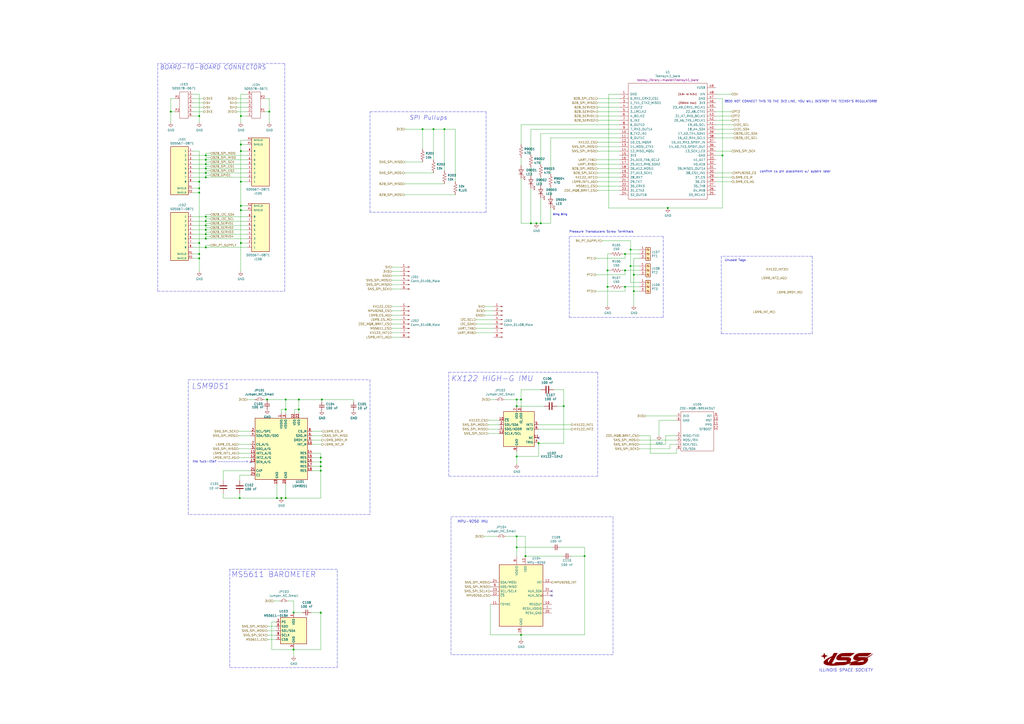
<source format=kicad_sch>
(kicad_sch (version 20211123) (generator eeschema)
  (paper "A2")
  (title_block (title "TARS - MK2 Flight Computation Board - Lite") (date "2021-01-11") (rev "A"))
  (junction (at 119.38 95.25))
  (junction (at 339.09 322.58))
  (junction (at 186.69 231.775))
  (junction (at 139.7 121.92))
  (junction (at 139.7 140.97))
  (junction (at 139.7 67.31))
  (junction (at 299.72 235.585))
  (junction (at 299.72 311.15))
  (junction (at 115.57 147.32))
  (junction (at 311.15 129.54))
  (junction (at 299.72 317.5))
  (junction (at 139.065 288.925))
  (junction (at 186.055 355.346))
  (junction (at 139.7 105.41))
  (junction (at 365.76 144.78))
  (junction (at 186.055 273.05))
  (junction (at 119.38 128.27))
  (junction (at 312.42 257.175))
  (junction (at 186.055 265.43))
  (junction (at 362.585 156.845))
  (junction (at 165.735 231.775))
  (junction (at 119.38 130.81))
  (junction (at 139.7 83.82))
  (junction (at 139.7 87.63))
  (junction (at 119.38 92.71))
  (junction (at 119.38 90.17))
  (junction (at 251.46 74.93))
  (junction (at 362.585 166.37))
  (junction (at 170.307 355.346))
  (junction (at 313.69 129.54))
  (junction (at 419.1 90.17))
  (junction (at 160.655 288.925))
  (junction (at 352.425 156.845))
  (junction (at 304.8 322.58))
  (junction (at 115.57 109.22))
  (junction (at 115.57 105.41))
  (junction (at 119.38 125.73))
  (junction (at 119.38 100.33))
  (junction (at 170.307 376.809))
  (junction (at 365.76 154.305))
  (junction (at 299.72 231.775))
  (junction (at 119.38 143.51))
  (junction (at 119.38 97.79))
  (junction (at 119.38 138.43))
  (junction (at 302.26 231.775))
  (junction (at 115.57 67.31))
  (junction (at 367.665 159.385))
  (junction (at 119.38 102.87))
  (junction (at 173.355 237.49))
  (junction (at 257.81 74.93))
  (junction (at 186.055 267.97))
  (junction (at 99.06 64.77))
  (junction (at 352.425 166.37))
  (junction (at 156.21 64.77))
  (junction (at 115.57 111.76))
  (junction (at 165.735 288.925))
  (junction (at 119.38 135.89))
  (junction (at 245.11 74.93))
  (junction (at 165.735 237.49))
  (junction (at 307.975 129.54))
  (junction (at 367.665 168.91))
  (junction (at 154.94 231.775))
  (junction (at 387.35 120.65))
  (junction (at 115.57 140.97))
  (junction (at 362.585 147.32))
  (junction (at 163.195 288.925))
  (junction (at 119.38 133.35))
  (junction (at 139.7 119.38))
  (junction (at 327.025 235.585))
  (junction (at 115.57 149.86))
  (junction (at 173.355 231.775))
  (junction (at 186.055 355.473))
  (junction (at 302.26 368.3))
  (junction (at 186.055 270.51))
  (junction (at 299.72 264.795))
  (no_connect (at 320.04 345.44))
  (no_connect (at 145.415 267.97))
  (no_connect (at 312.42 254))
  (no_connect (at 320.04 342.9))
  (wire (pts (xy 232.41 180.34) (xy 227.33 180.34)))
  (wire (pts (xy 111.76 109.22) (xy 115.57 109.22)))
  (wire (pts (xy 167.132 348.615) (xy 170.307 348.615)))
  (wire (pts (xy 362.585 159.385) (xy 345.44 159.385)))
  (wire (pts (xy 111.76 67.31) (xy 115.57 67.31)))
  (wire (pts (xy 283.21 248.92) (xy 289.56 248.92)))
  (wire (pts (xy 143.51 87.63) (xy 139.7 87.63)))
  (wire (pts (xy 165.735 288.925) (xy 186.055 288.925)))
  (wire (pts (xy 307.975 109.22) (xy 307.975 129.54)))
  (wire (pts (xy 365.76 144.78) (xy 365.76 154.305)))
  (wire (pts (xy 302.26 129.54) (xy 307.975 129.54)))
  (wire (pts (xy 415.29 90.17) (xy 419.1 90.17)))
  (wire (pts (xy 157.607 360.807) (xy 160.147 360.807)))
  (wire (pts (xy 165.735 240.03) (xy 165.735 237.49)))
  (wire (pts (xy 143.51 121.92) (xy 139.7 121.92)))
  (wire (pts (xy 101.6 57.15) (xy 99.06 57.15)))
  (wire (pts (xy 359.41 54.61) (xy 353.06 54.61)))
  (wire (pts (xy 312.42 256.54) (xy 312.42 257.175)))
  (wire (pts (xy 165.735 280.67) (xy 165.735 288.925)))
  (polyline (pts (xy 165.1 168.91) (xy 165.1 36.83)))
  (wire (pts (xy 111.76 143.51) (xy 119.38 143.51)))
  (wire (pts (xy 352.425 156.845) (xy 352.425 166.37)))
  (wire (pts (xy 119.38 125.73) (xy 143.51 125.73)))
  (wire (pts (xy 346.71 67.31) (xy 359.41 67.31)))
  (wire (pts (xy 138.43 257.81) (xy 145.415 257.81)))
  (wire (pts (xy 361.315 166.37) (xy 362.585 166.37)))
  (wire (pts (xy 111.76 97.79) (xy 119.38 97.79)))
  (wire (pts (xy 111.76 128.27) (xy 119.38 128.27)))
  (wire (pts (xy 139.7 54.61) (xy 139.7 67.31)))
  (wire (pts (xy 365.76 139.7) (xy 365.76 144.78)))
  (wire (pts (xy 346.075 95.25) (xy 359.41 95.25)))
  (wire (pts (xy 111.76 147.32) (xy 115.57 147.32)))
  (wire (pts (xy 115.57 147.32) (xy 115.57 149.86)))
  (wire (pts (xy 319.405 120.65) (xy 319.405 129.54)))
  (wire (pts (xy 143.51 64.77) (xy 137.16 64.77)))
  (wire (pts (xy 139.7 67.31) (xy 139.7 71.12)))
  (wire (pts (xy 180.975 270.51) (xy 186.055 270.51)))
  (wire (pts (xy 111.76 135.89) (xy 119.38 135.89)))
  (wire (pts (xy 415.29 105.41) (xy 424.18 105.41)))
  (wire (pts (xy 139.7 87.63) (xy 139.7 105.41)))
  (wire (pts (xy 425.45 77.47) (xy 415.29 77.47)))
  (wire (pts (xy 119.38 90.17) (xy 143.51 90.17)))
  (wire (pts (xy 359.41 77.47) (xy 313.69 77.47)))
  (wire (pts (xy 143.51 83.82) (xy 139.7 83.82)))
  (wire (pts (xy 143.51 119.38) (xy 139.7 119.38)))
  (wire (pts (xy 111.76 62.23) (xy 118.11 62.23)))
  (polyline (pts (xy 281.94 64.77) (xy 281.94 123.19)))
  (wire (pts (xy 99.06 57.15) (xy 99.06 64.77)))
  (wire (pts (xy 119.38 137.16) (xy 119.38 138.43)))
  (wire (pts (xy 283.21 251.46) (xy 289.56 251.46)))
  (wire (pts (xy 362.585 156.845) (xy 370.84 156.845)))
  (wire (pts (xy 319.405 80.01) (xy 319.405 100.965)))
  (wire (pts (xy 331.47 322.58) (xy 339.09 322.58)))
  (wire (pts (xy 129.54 273.05) (xy 129.54 278.765)))
  (wire (pts (xy 156.21 64.77) (xy 156.21 71.12)))
  (wire (pts (xy 299.72 235.585) (xy 299.72 231.775)))
  (wire (pts (xy 307.975 74.93) (xy 307.975 89.535)))
  (polyline (pts (xy 261.62 299.72) (xy 355.6 299.72)))
  (wire (pts (xy 139.7 119.38) (xy 139.7 121.92)))
  (wire (pts (xy 327.025 226.06) (xy 327.025 235.585)))
  (wire (pts (xy 139.7 105.41) (xy 139.7 119.38)))
  (wire (pts (xy 121.92 101.6) (xy 119.38 101.6)))
  (wire (pts (xy 349.25 139.7) (xy 365.76 139.7)))
  (wire (pts (xy 299.72 264.795) (xy 299.72 269.24)))
  (wire (pts (xy 115.57 111.76) (xy 115.57 140.97)))
  (wire (pts (xy 319.405 129.54) (xy 313.69 129.54)))
  (wire (pts (xy 365.76 154.305) (xy 365.76 163.83)))
  (wire (pts (xy 173.355 237.49) (xy 173.355 240.03)))
  (polyline (pts (xy 133.35 387.223) (xy 195.58 387.223)))
  (wire (pts (xy 111.76 130.81) (xy 119.38 130.81)))
  (wire (pts (xy 119.38 92.71) (xy 143.51 92.71)))
  (wire (pts (xy 180.975 252.73) (xy 186.69 252.73)))
  (wire (pts (xy 186.69 231.775) (xy 186.69 233.045)))
  (wire (pts (xy 111.76 90.17) (xy 119.38 90.17)))
  (wire (pts (xy 111.76 100.33) (xy 119.38 100.33)))
  (wire (pts (xy 227.33 160.02) (xy 232.41 160.02)))
  (wire (pts (xy 415.29 57.15) (xy 419.1 57.15)))
  (wire (pts (xy 234.95 106.68) (xy 257.81 106.68)))
  (wire (pts (xy 111.76 87.63) (xy 115.57 87.63)))
  (wire (pts (xy 121.92 137.16) (xy 119.38 137.16)))
  (wire (pts (xy 415.29 64.77) (xy 424.18 64.77)))
  (wire (pts (xy 299.72 317.5) (xy 299.72 322.58)))
  (wire (pts (xy 370.84 252.73) (xy 377.19 252.73)))
  (wire (pts (xy 121.92 91.44) (xy 119.38 91.44)))
  (polyline (pts (xy 91.44 168.91) (xy 165.1 168.91)))
  (wire (pts (xy 299.72 231.775) (xy 302.26 231.775)))
  (wire (pts (xy 227.33 165.1) (xy 232.41 165.1)))
  (wire (pts (xy 353.06 120.65) (xy 387.35 120.65)))
  (wire (pts (xy 365.76 163.83) (xy 370.84 163.83)))
  (wire (pts (xy 361.315 147.32) (xy 362.585 147.32)))
  (wire (pts (xy 365.76 154.305) (xy 370.84 154.305)))
  (wire (pts (xy 119.38 133.35) (xy 143.51 133.35)))
  (polyline (pts (xy 384.81 184.15) (xy 384.81 137.16)))
  (wire (pts (xy 312.42 248.92) (xy 331.47 248.92)))
  (wire (pts (xy 173.355 231.775) (xy 186.69 231.775)))
  (wire (pts (xy 186.055 265.43) (xy 186.055 262.89)))
  (wire (pts (xy 232.41 185.42) (xy 227.33 185.42)))
  (wire (pts (xy 286.385 180.34) (xy 281.305 180.34)))
  (wire (pts (xy 119.38 88.9) (xy 119.38 90.17)))
  (wire (pts (xy 313.69 226.06) (xy 302.26 226.06)))
  (wire (pts (xy 227.33 177.8) (xy 232.41 177.8)))
  (polyline (pts (xy 133.35 330.2) (xy 133.35 387.35)))
  (wire (pts (xy 115.57 109.22) (xy 115.57 111.76)))
  (wire (pts (xy 370.84 159.385) (xy 367.665 159.385)))
  (wire (pts (xy 346.71 62.23) (xy 359.41 62.23)))
  (wire (pts (xy 153.67 64.77) (xy 156.21 64.77)))
  (wire (pts (xy 173.355 231.775) (xy 173.355 237.49)))
  (wire (pts (xy 315.595 235.585) (xy 299.72 235.585)))
  (wire (pts (xy 353.06 54.61) (xy 353.06 120.65)))
  (wire (pts (xy 359.41 85.09) (xy 346.71 85.09)))
  (polyline (pts (xy 214.63 220.345) (xy 214.63 298.45)))
  (wire (pts (xy 111.76 111.76) (xy 115.57 111.76)))
  (wire (pts (xy 119.38 93.98) (xy 119.38 95.25)))
  (wire (pts (xy 352.425 147.32) (xy 352.425 156.845)))
  (wire (pts (xy 362.585 147.32) (xy 362.585 149.86)))
  (wire (pts (xy 119.38 95.25) (xy 143.51 95.25)))
  (wire (pts (xy 143.51 57.15) (xy 137.16 57.15)))
  (wire (pts (xy 165.735 288.925) (xy 163.195 288.925)))
  (wire (pts (xy 121.92 88.9) (xy 119.38 88.9)))
  (wire (pts (xy 170.307 355.346) (xy 170.307 355.727)))
  (wire (pts (xy 234.95 93.98) (xy 245.11 93.98)))
  (wire (pts (xy 129.54 286.385) (xy 129.54 288.925)))
  (wire (pts (xy 392.43 243.84) (xy 382.27 243.84)))
  (wire (pts (xy 367.665 159.385) (xy 367.665 168.91)))
  (polyline (pts (xy 418.465 148.59) (xy 418.465 193.675)))
  (wire (pts (xy 121.92 99.06) (xy 119.38 99.06)))
  (wire (pts (xy 119.38 102.87) (xy 143.51 102.87)))
  (wire (pts (xy 299.72 311.15) (xy 299.72 317.5)))
  (wire (pts (xy 346.075 92.71) (xy 359.41 92.71)))
  (wire (pts (xy 139.7 81.28) (xy 139.7 83.82)))
  (wire (pts (xy 346.71 87.63) (xy 359.41 87.63)))
  (wire (pts (xy 170.307 376.047) (xy 170.307 376.809)))
  (polyline (pts (xy 384.81 137.16) (xy 330.2 137.16)))
  (wire (pts (xy 284.48 350.52) (xy 284.48 368.3)))
  (wire (pts (xy 362.585 166.37) (xy 370.84 166.37)))
  (wire (pts (xy 323.215 235.585) (xy 327.025 235.585)))
  (wire (pts (xy 370.84 260.35) (xy 388.62 260.35)))
  (wire (pts (xy 145.415 275.59) (xy 139.065 275.59)))
  (wire (pts (xy 160.655 288.925) (xy 163.195 288.925)))
  (wire (pts (xy 170.307 376.809) (xy 157.607 376.809)))
  (polyline (pts (xy 418.465 193.675) (xy 471.17 193.675)))
  (wire (pts (xy 283.21 246.38) (xy 289.56 246.38)))
  (wire (pts (xy 186.055 267.97) (xy 186.055 265.43)))
  (wire (pts (xy 251.46 74.93) (xy 257.81 74.93)))
  (wire (pts (xy 286.385 185.42) (xy 276.225 185.42)))
  (wire (pts (xy 359.41 102.87) (xy 346.583 102.87)))
  (wire (pts (xy 139.065 275.59) (xy 139.065 278.765)))
  (wire (pts (xy 359.41 72.39) (xy 302.26 72.39)))
  (wire (pts (xy 424.18 54.61) (xy 415.29 54.61)))
  (wire (pts (xy 143.51 81.28) (xy 139.7 81.28)))
  (wire (pts (xy 359.41 107.95) (xy 346.71 107.95)))
  (wire (pts (xy 415.29 69.85) (xy 424.18 69.85)))
  (wire (pts (xy 160.147 368.427) (xy 155.194 368.427)))
  (wire (pts (xy 313.69 114.935) (xy 313.69 129.54)))
  (wire (pts (xy 115.57 67.31) (xy 115.57 71.12)))
  (wire (pts (xy 119.38 97.79) (xy 143.51 97.79)))
  (wire (pts (xy 138.43 252.73) (xy 145.415 252.73)))
  (wire (pts (xy 326.39 322.58) (xy 304.8 322.58)))
  (wire (pts (xy 339.09 322.58) (xy 339.09 368.3)))
  (wire (pts (xy 111.76 138.43) (xy 119.38 138.43)))
  (wire (pts (xy 312.42 264.795) (xy 299.72 264.795)))
  (wire (pts (xy 160.655 280.67) (xy 160.655 288.925)))
  (wire (pts (xy 160.147 365.887) (xy 155.194 365.887)))
  (wire (pts (xy 163.195 240.03) (xy 163.195 237.49)))
  (wire (pts (xy 119.38 143.51) (xy 143.51 143.51)))
  (wire (pts (xy 388.62 260.35) (xy 388.62 257.81)))
  (wire (pts (xy 283.21 243.84) (xy 289.56 243.84)))
  (wire (pts (xy 302.26 231.775) (xy 302.26 236.22)))
  (wire (pts (xy 143.51 54.61) (xy 139.7 54.61)))
  (wire (pts (xy 119.38 128.27) (xy 143.51 128.27)))
  (wire (pts (xy 119.38 138.43) (xy 143.51 138.43)))
  (wire (pts (xy 138.43 265.43) (xy 145.415 265.43)))
  (wire (pts (xy 143.51 105.41) (xy 139.7 105.41)))
  (wire (pts (xy 313.69 129.54) (xy 311.15 129.54)))
  (wire (pts (xy 370.84 168.91) (xy 367.665 168.91)))
  (wire (pts (xy 287.655 231.775) (xy 284.48 231.775)))
  (wire (pts (xy 119.38 134.62) (xy 119.38 135.89)))
  (polyline (pts (xy 346.71 215.9) (xy 346.71 276.225)))
  (wire (pts (xy 138.43 250.19) (xy 145.415 250.19)))
  (wire (pts (xy 319.405 108.585) (xy 319.405 113.03)))
  (wire (pts (xy 121.92 142.24) (xy 119.38 142.24)))
  (wire (pts (xy 370.84 149.86) (xy 367.665 149.86)))
  (wire (pts (xy 111.76 95.25) (xy 119.38 95.25)))
  (wire (pts (xy 154.94 232.41) (xy 154.94 231.775)))
  (wire (pts (xy 281.305 182.88) (xy 286.385 182.88)))
  (wire (pts (xy 353.695 147.32) (xy 352.425 147.32)))
  (wire (pts (xy 353.695 156.845) (xy 352.425 156.845)))
  (wire (pts (xy 232.41 195.58) (xy 227.33 195.58)))
  (polyline (pts (xy 109.22 220.345) (xy 214.63 220.345)))
  (wire (pts (xy 280.67 311.15) (xy 288.29 311.15)))
  (polyline (pts (xy 109.22 298.45) (xy 109.22 220.345)))
  (wire (pts (xy 365.76 144.78) (xy 370.84 144.78)))
  (wire (pts (xy 186.055 262.89) (xy 180.975 262.89)))
  (wire (pts (xy 392.43 262.89) (xy 377.19 262.89)))
  (wire (pts (xy 138.43 262.89) (xy 145.415 262.89)))
  (polyline (pts (xy 260.35 215.9) (xy 346.71 215.9)))
  (polyline (pts (xy 346.71 276.225) (xy 260.35 276.225)))
  (wire (pts (xy 415.29 67.31) (xy 424.18 67.31)))
  (wire (pts (xy 276.225 193.04) (xy 286.385 193.04)))
  (wire (pts (xy 232.41 190.5) (xy 227.33 190.5)))
  (wire (pts (xy 286.385 177.8) (xy 281.305 177.8)))
  (wire (pts (xy 115.57 87.63) (xy 115.57 105.41)))
  (wire (pts (xy 99.06 64.77) (xy 99.06 71.12)))
  (wire (pts (xy 386.08 252.73) (xy 386.08 257.81)))
  (wire (pts (xy 302.26 103.505) (xy 302.26 129.54)))
  (polyline (pts (xy 195.58 330.2) (xy 133.35 330.2)))
  (wire (pts (xy 119.38 96.52) (xy 119.38 97.79)))
  (wire (pts (xy 129.54 288.925) (xy 139.065 288.925)))
  (wire (pts (xy 232.41 154.94) (xy 227.33 154.94)))
  (wire (pts (xy 111.76 54.61) (xy 115.57 54.61)))
  (wire (pts (xy 313.69 77.47) (xy 313.69 95.25)))
  (polyline (pts (xy 471.17 148.59) (xy 418.465 148.59)))
  (wire (pts (xy 111.76 105.41) (xy 115.57 105.41)))
  (wire (pts (xy 346.71 69.85) (xy 359.41 69.85)))
  (wire (pts (xy 119.38 91.44) (xy 119.38 92.71)))
  (wire (pts (xy 99.06 64.77) (xy 101.6 64.77)))
  (wire (pts (xy 139.7 140.97) (xy 139.7 157.48)))
  (wire (pts (xy 284.48 368.3) (xy 302.26 368.3)))
  (wire (pts (xy 388.62 257.81) (xy 392.43 257.81)))
  (wire (pts (xy 304.8 311.15) (xy 299.72 311.15)))
  (wire (pts (xy 313.69 102.87) (xy 313.69 107.315)))
  (wire (pts (xy 227.33 193.04) (xy 232.41 193.04)))
  (wire (pts (xy 121.92 96.52) (xy 119.38 96.52)))
  (wire (pts (xy 170.307 348.615) (xy 170.307 355.346)))
  (wire (pts (xy 264.16 74.93) (xy 264.16 105.41)))
  (wire (pts (xy 157.607 376.809) (xy 157.607 360.807)))
  (wire (pts (xy 186.055 355.473) (xy 186.182 376.809)))
  (wire (pts (xy 121.92 132.08) (xy 119.38 132.08)))
  (wire (pts (xy 232.41 167.64) (xy 227.33 167.64)))
  (wire (pts (xy 121.92 93.98) (xy 119.38 93.98)))
  (wire (pts (xy 143.51 140.97) (xy 139.7 140.97)))
  (wire (pts (xy 339.09 317.5) (xy 339.09 322.58)))
  (wire (pts (xy 143.51 67.31) (xy 139.7 67.31)))
  (wire (pts (xy 119.38 100.33) (xy 143.51 100.33)))
  (wire (pts (xy 245.11 74.93) (xy 245.11 86.36)))
  (wire (pts (xy 346.71 64.77) (xy 359.41 64.77)))
  (wire (pts (xy 143.51 231.775) (xy 147.955 231.775)))
  (wire (pts (xy 186.055 273.05) (xy 186.055 270.51)))
  (wire (pts (xy 165.735 231.775) (xy 173.355 231.775)))
  (wire (pts (xy 154.94 231.775) (xy 165.735 231.775)))
  (wire (pts (xy 299.72 261.62) (xy 299.72 264.795)))
  (wire (pts (xy 359.41 105.41) (xy 346.71 105.41)))
  (wire (pts (xy 186.182 376.809) (xy 170.307 376.809)))
  (wire (pts (xy 180.467 355.346) (xy 186.055 355.346)))
  (wire (pts (xy 180.975 255.27) (xy 186.69 255.27)))
  (wire (pts (xy 111.76 64.77) (xy 118.11 64.77)))
  (polyline (pts (xy 91.44 36.83) (xy 91.44 168.91)))
  (wire (pts (xy 361.315 156.845) (xy 362.585 156.845)))
  (wire (pts (xy 257.81 74.93) (xy 257.81 99.06)))
  (wire (pts (xy 307.975 129.54) (xy 311.15 129.54)))
  (wire (pts (xy 232.41 162.56) (xy 227.33 162.56)))
  (wire (pts (xy 312.42 257.175) (xy 312.42 264.795)))
  (wire (pts (xy 139.065 286.385) (xy 139.065 288.925)))
  (wire (pts (xy 307.975 97.155) (xy 307.975 101.6)))
  (wire (pts (xy 362.585 156.845) (xy 362.585 159.385)))
  (wire (pts (xy 121.92 127) (xy 119.38 127)))
  (wire (pts (xy 312.42 246.38) (xy 331.47 246.38)))
  (wire (pts (xy 121.92 134.62) (xy 119.38 134.62)))
  (wire (pts (xy 143.51 62.23) (xy 137.16 62.23)))
  (wire (pts (xy 325.12 317.5) (xy 339.09 317.5)))
  (wire (pts (xy 138.43 260.35) (xy 145.415 260.35)))
  (polyline (pts (xy 355.6 379.73) (xy 261.62 379.73)))
  (wire (pts (xy 115.57 140.97) (xy 115.57 147.32)))
  (wire (pts (xy 362.585 149.86) (xy 345.44 149.86)))
  (polyline (pts (xy 260.35 276.225) (xy 260.35 215.9)))
  (wire (pts (xy 121.92 124.46) (xy 119.38 124.46)))
  (wire (pts (xy 251.46 100.33) (xy 234.95 100.33)))
  (wire (pts (xy 119.38 129.54) (xy 119.38 130.81)))
  (wire (pts (xy 186.055 288.925) (xy 186.055 273.05)))
  (wire (pts (xy 111.76 102.87) (xy 119.38 102.87)))
  (wire (pts (xy 115.57 149.86) (xy 115.57 157.48)))
  (wire (pts (xy 119.38 142.24) (xy 119.38 143.51)))
  (wire (pts (xy 362.585 168.91) (xy 345.44 168.91)))
  (polyline (pts (xy 214.63 64.77) (xy 281.94 64.77)))
  (wire (pts (xy 186.055 270.51) (xy 186.055 267.97)))
  (wire (pts (xy 299.72 317.5) (xy 320.04 317.5)))
  (wire (pts (xy 245.11 74.93) (xy 251.46 74.93)))
  (wire (pts (xy 180.975 273.05) (xy 186.055 273.05)))
  (wire (pts (xy 377.19 262.89) (xy 377.19 252.73)))
  (wire (pts (xy 276.225 187.96) (xy 286.385 187.96)))
  (wire (pts (xy 175.387 355.346) (xy 170.307 355.346)))
  (wire (pts (xy 359.41 80.01) (xy 319.405 80.01)))
  (wire (pts (xy 111.76 140.97) (xy 115.57 140.97)))
  (wire (pts (xy 419.1 57.15) (xy 419.1 90.17)))
  (wire (pts (xy 156.21 64.77) (xy 156.21 57.15)))
  (wire (pts (xy 153.035 231.775) (xy 154.94 231.775)))
  (wire (pts (xy 339.09 368.3) (xy 302.26 368.3)))
  (wire (pts (xy 170.815 237.49) (xy 173.355 237.49)))
  (wire (pts (xy 111.76 133.35) (xy 119.38 133.35)))
  (wire (pts (xy 121.92 129.54) (xy 119.38 129.54)))
  (wire (pts (xy 327.025 257.175) (xy 312.42 257.175)))
  (polyline (pts (xy 214.63 298.45) (xy 109.22 298.45)))
  (polyline (pts (xy 471.17 193.675) (xy 471.17 148.59)))
  (wire (pts (xy 359.41 74.93) (xy 307.975 74.93)))
  (wire (pts (xy 170.307 376.809) (xy 170.307 380.619)))
  (wire (pts (xy 370.84 257.81) (xy 386.08 257.81)))
  (wire (pts (xy 180.975 267.97) (xy 186.055 267.97)))
  (wire (pts (xy 163.195 237.49) (xy 165.735 237.49)))
  (wire (pts (xy 232.41 157.48) (xy 227.33 157.48)))
  (wire (pts (xy 302.26 370.84) (xy 302.26 368.3)))
  (wire (pts (xy 227.33 182.88) (xy 232.41 182.88)))
  (wire (pts (xy 119.38 101.6) (xy 119.38 102.87)))
  (wire (pts (xy 292.735 231.775) (xy 299.72 231.775)))
  (wire (pts (xy 165.735 237.49) (xy 165.735 231.775)))
  (wire (pts (xy 119.38 132.08) (xy 119.38 133.35)))
  (wire (pts (xy 111.76 92.71) (xy 119.38 92.71)))
  (wire (pts (xy 111.76 149.86) (xy 115.57 149.86)))
  (wire (pts (xy 302.26 91.44) (xy 302.26 95.885)))
  (wire (pts (xy 180.975 257.81) (xy 186.69 257.81)))
  (wire (pts (xy 302.26 72.39) (xy 302.26 83.82)))
  (wire (pts (xy 304.8 322.58) (xy 304.8 311.15)))
  (wire (pts (xy 415.29 80.01) (xy 425.45 80.01)))
  (wire (pts (xy 143.51 59.69) (xy 137.16 59.69)))
  (wire (pts (xy 299.72 311.15) (xy 293.37 311.15)))
  (polyline (pts (xy 281.94 123.19) (xy 214.63 123.19)))
  (wire (pts (xy 367.665 168.91) (xy 367.665 177.165)))
  (polyline (pts (xy 165.1 36.83) (xy 91.44 36.83)))
  (wire (pts (xy 156.21 57.15) (xy 153.67 57.15)))
  (wire (pts (xy 302.26 226.06) (xy 302.26 231.775)))
  (polyline (pts (xy 330.2 137.16) (xy 330.2 184.15)))
  (wire (pts (xy 346.71 59.69) (xy 359.41 59.69)))
  (wire (pts (xy 419.1 120.65) (xy 387.35 120.65)))
  (wire (pts (xy 392.43 260.35) (xy 392.43 262.89)))
  (wire (pts (xy 205.105 231.775) (xy 205.105 233.045)))
  (polyline (pts (xy 261.62 379.73) (xy 261.62 299.72)))
  (wire (pts (xy 424.18 87.63) (xy 415.29 87.63)))
  (wire (pts (xy 352.425 166.37) (xy 352.425 177.165)))
  (wire (pts (xy 346.71 97.79) (xy 359.41 97.79)))
  (wire (pts (xy 424.815 100.33) (xy 415.29 100.33)))
  (wire (pts (xy 370.84 255.27) (xy 392.43 255.27)))
  (wire (pts (xy 382.27 243.84) (xy 382.27 252.73)))
  (wire (pts (xy 251.46 74.93) (xy 251.46 92.71)))
  (wire (pts (xy 359.41 57.15) (xy 346.71 57.15)))
  (wire (pts (xy 162.052 348.615) (xy 158.75 348.615)))
  (wire (pts (xy 111.76 125.73) (xy 119.38 125.73)))
  (polyline (pts (xy 355.6 299.72) (xy 355.6 379.73)))
  (wire (pts (xy 327.025 235.585) (xy 327.025 257.175)))
  (wire (pts (xy 415.29 102.87) (xy 424.18 102.87)))
  (polyline (pts (xy 330.2 184.15) (xy 384.81 184.15)))
  (wire (pts (xy 170.815 240.03) (xy 170.815 237.49)))
  (wire (pts (xy 160.147 363.347) (xy 155.194 363.347)))
  (wire (pts (xy 186.055 355.346) (xy 186.055 355.473)))
  (wire (pts (xy 180.975 250.19) (xy 186.69 250.19)))
  (wire (pts (xy 115.57 105.41) (xy 115.57 109.22)))
  (wire (pts (xy 145.415 273.05) (xy 129.54 273.05)))
  (wire (pts (xy 419.1 90.17) (xy 419.1 120.65)))
  (wire (pts (xy 359.41 110.49) (xy 346.71 110.49)))
  (wire (pts (xy 276.225 190.5) (xy 286.385 190.5)))
  (wire (pts (xy 353.695 166.37) (xy 352.425 166.37)))
  (wire (pts (xy 359.41 82.55) (xy 346.71 82.55)))
  (wire (pts (xy 425.45 72.39) (xy 415.29 72.39)))
  (wire (pts (xy 392.43 252.73) (xy 386.08 252.73)))
  (wire (pts (xy 186.69 231.775) (xy 205.105 231.775)))
  (wire (pts (xy 362.585 166.37) (xy 362.585 168.91)))
  (wire (pts (xy 119.38 127) (xy 119.38 128.27)))
  (wire (pts (xy 362.585 147.32) (xy 370.84 147.32)))
  (wire (pts (xy 119.38 99.06) (xy 119.38 100.33)))
  (wire (pts (xy 139.065 288.925) (xy 160.655 288.925)))
  (polyline (pts (xy 195.58 387.223) (xy 195.58 330.2)))
  (wire (pts (xy 359.41 100.33) (xy 346.71 100.33)))
  (wire (pts (xy 119.38 124.46) (xy 119.38 125.73)))
  (wire (pts (xy 234.95 74.93) (xy 245.11 74.93)))
  (wire (pts (xy 111.76 59.69) (xy 118.11 59.69)))
  (wire (pts (xy 392.43 241.3) (xy 374.65 241.3)))
  (wire (pts (xy 111.76 57.15) (xy 118.11 57.15)))
  (wire (pts (xy 299.72 235.585) (xy 299.72 236.22)))
  (wire (pts (xy 227.33 187.96) (xy 232.41 187.96)))
  (wire (pts (xy 367.665 149.86) (xy 367.665 159.385)))
  (wire (pts (xy 139.7 121.92) (xy 139.7 140.97)))
  (wire (pts (xy 257.81 74.93) (xy 264.16 74.93)))
  (polyline (pts (xy 214.63 123.19) (xy 214.63 64.77)))
  (wire (pts (xy 119.38 130.81) (xy 143.51 130.81)))
  (wire (pts (xy 180.975 265.43) (xy 186.055 265.43)))
  (wire (pts (xy 139.7 83.82) (xy 139.7 87.63)))
  (wire (pts (xy 160.147 370.967) (xy 155.194 370.967)))
  (wire (pts (xy 264.16 113.03) (xy 234.95 113.03)))
  (wire (pts (xy 119.38 135.89) (xy 143.51 135.89)))
  (wire (pts (xy 321.31 226.06) (xy 327.025 226.06)))
  (wire (pts (xy 115.57 54.61) (xy 115.57 67.31)))
  (wire (pts (xy 415.29 74.93) (xy 425.45 74.93)))
  (text "KX122 HIGH-G IMU" (at 261.62 221.615 0) (effects (font (size 3.2004 3.2004) italic) (justify left bottom)))
  (text "BOARD-TO-BOARD CONNECTORS" (at 92.71 40.64 0) (effects (font (size 2.4892 2.4892) italic) (justify left bottom)))
  (text "!!!DO NOT CONNECT THIS TO THE 3V3 LINE, YOU WILL DESTROY THE TEENSY'S REGULATOR!!!" (at 420.37 59.69 0) (effects (font (size 1.27 1.27)) (justify left bottom)))
  (text "confirm cs pin placement w/ ayberk later" (at 440.69 100.33 0) (effects (font (size 1.27 1.27)) (justify left bottom)))
  (text "Unused Tags" (at 420.37 151.765 0) (effects (font (size 1.27 1.27)) (justify left bottom)))
  (text "Bling Bling" (at 320.675 125.095 0) (effects (font (size 0.9906 0.9906)) (justify left bottom)))
  (text "ILLINOIS SPACE SOCIETY" (at 474.98 389.89 0) (effects (font (size 1.7018 1.7018) italic) (justify left bottom)))
  (text "LSM9DS1\n" (at 111.125 226.06 0) (effects (font (size 3.2004 3.2004) italic) (justify left bottom)))
  (text "the fuck-lite? ———————————>" (at 144.145 268.605 180) (effects (font (size 1.27 1.27)) (justify right bottom)))
  (text "Pressure Transducers Screw Terminals" (at 330.2 135.255 0) (effects (font (size 1.27 1.27)) (justify left bottom)))
  (text "MPU-9250 IMU" (at 265.43 303.53 0) (effects (font (size 1.4986 1.4986)) (justify left bottom)))
  (text "MS5611 BAROMETER" (at 134.239 335.28 0) (effects (font (size 3.2004 3.2004)) (justify left bottom)))
  (text "SPI Pullups" (at 237.49 69.85 0) (effects (font (size 2.4892 2.4892) italic) (justify left bottom)))
  (hierarchical_label "B2B_SPI_CS1" (shape input) (at 121.92 96.52 0))
  (hierarchical_label "SNS_SPI_SCK" (shape input) (at 424.18 87.63 0))
  (hierarchical_label "MPU9250_CS" (shape input) (at 227.33 180.34 180))
  (hierarchical_label "PT1" (shape output) (at 345.44 149.86 180))
  (hierarchical_label "KX122_CS" (shape input) (at 346.71 82.55 180))
  (hierarchical_label "LSM9_DRDY_M" (shape output) (at 186.69 255.27 0))
  (hierarchical_label "5V" (shape output) (at 118.11 59.69 0))
  (hierarchical_label "UART_RX6" (shape input) (at 276.225 193.04 180))
  (hierarchical_label "3V3" (shape output) (at 118.11 64.77 0))
  (hierarchical_label "LSM9_CS_M" (shape input) (at 186.69 250.19 0))
  (hierarchical_label "B2B_SPI_SCK" (shape input) (at 121.92 93.98 0))
  (hierarchical_label "SNS_SPI_MISO" (shape input) (at 155.194 363.347 180))
  (hierarchical_label "3V3" (shape input) (at 280.67 311.15 180))
  (hierarchical_label "B2B_GPIO1" (shape input) (at 121.92 101.6 0))
  (hierarchical_label "I2C_SDA" (shape input) (at 276.225 187.96 180))
  (hierarchical_label "UART_TX6" (shape input) (at 346.075 92.71 180))
  (hierarchical_label "PT1" (shape input) (at 424.18 69.85 0))
  (hierarchical_label "MS5611_CS" (shape input) (at 155.194 370.967 180))
  (hierarchical_label "3V3" (shape input) (at 234.95 74.93 180))
  (hierarchical_label "PT2" (shape output) (at 345.44 159.385 180))
  (hierarchical_label "B2B_SERVO3" (shape input) (at 121.92 134.62 0))
  (hierarchical_label "B2B_SERVO2" (shape output) (at 346.71 69.85 180))
  (hierarchical_label "SNS_SPI_MISO" (shape input) (at 186.69 252.73 0))
  (hierarchical_label "SNS_SPI_MISO" (shape input) (at 227.33 165.1 180))
  (hierarchical_label "LSM9_DRDY_M" (shape input) (at 465.455 169.545 180))
  (hierarchical_label "I2C_SDA" (shape input) (at 425.45 74.93 0))
  (hierarchical_label "SNS_SPI_MOSI" (shape input) (at 227.33 162.56 180))
  (hierarchical_label "SNS_SPI_MOSI" (shape input) (at 346.71 85.09 180))
  (hierarchical_label "5V" (shape output) (at 137.16 62.23 180))
  (hierarchical_label "KX122_INT2" (shape output) (at 331.47 248.92 0))
  (hierarchical_label "PT3" (shape input) (at 424.18 64.77 0))
  (hierarchical_label "B2B_SPI_MISO" (shape input) (at 346.71 59.69 180))
  (hierarchical_label "SNS_SPI_MISO" (shape input) (at 138.43 260.35 180))
  (hierarchical_label "KX122_INT1" (shape output) (at 331.47 246.38 0))
  (hierarchical_label "5V" (shape input) (at 227.33 154.94 180))
  (hierarchical_label "SNS_SPI_SCK" (shape input) (at 283.21 251.46 180))
  (hierarchical_label "SNS_SPI_SCK" (shape input) (at 138.43 250.19 180))
  (hierarchical_label "LSM9_INT1_AG" (shape input) (at 227.33 195.58 180))
  (hierarchical_label "B2B_SPI_MISO" (shape input) (at 121.92 91.44 0))
  (hierarchical_label "ZOE_MQ8_BRKT_CS" (shape input) (at 227.33 187.96 180))
  (hierarchical_label "3V3" (shape output) (at 137.16 64.77 180))
  (hierarchical_label "9V_PT_SUPPLY" (shape input) (at 349.25 139.7 180))
  (hierarchical_label "3V3" (shape input) (at 227.33 157.48 180))
  (hierarchical_label "KX122_CS" (shape input) (at 283.21 243.84 180))
  (hierarchical_label "B2B_SERVO3" (shape output) (at 346.71 62.23 180))
  (hierarchical_label "MPU9250_CS" (shape input) (at 424.815 100.33 0))
  (hierarchical_label "MS5611_CS" (shape input) (at 227.33 190.5 180))
  (hierarchical_label "KX122_INT1" (shape input) (at 227.33 193.04 180))
  (hierarchical_label "B2B_SERVO4" (shape input) (at 121.92 137.16 0))
  (hierarchical_label "KX122_INT2" (shape input) (at 457.2 156.21 180))
  (hierarchical_label "SNS_SPI_MOSI" (shape input) (at 283.21 246.38 180))
  (hierarchical_label "I2C_SCL" (shape input) (at 276.225 185.42 180))
  (hierarchical_label "SNS_SPI_MISO" (shape input) (at 284.48 340.36 180))
  (hierarchical_label "3V3" (shape input) (at 284.48 231.775 180))
  (hierarchical_label "B2B_SPI_CS1" (shape input) (at 346.71 57.15 180))
  (hierarchical_label "SNS_SPI_MISO" (shape input) (at 370.84 257.81 180))
  (hierarchical_label "9V_PT_SUPPLY" (shape input) (at 121.92 142.24 0))
  (hierarchical_label "SNS_SPI_MOSI" (shape input) (at 284.48 337.82 180))
  (hierarchical_label "LSM9_CS_AG" (shape input) (at 424.18 105.41 0))
  (hierarchical_label "UART_TX6" (shape input) (at 276.225 190.5 180))
  (hierarchical_label "SNS_SPI_MISO" (shape input) (at 283.21 248.92 180))
  (hierarchical_label "KX122_INT1" (shape input) (at 346.583 102.87 180))
  (hierarchical_label "5V" (shape output) (at 137.16 59.69 180))
  (hierarchical_label "5V" (shape input) (at 424.18 54.61 0))
  (hierarchical_label "LSM9_CS_M" (shape input) (at 424.18 102.87 0))
  (hierarchical_label "B2B_SERVO4" (shape output) (at 346.71 64.77 180))
  (hierarchical_label "PT2" (shape input) (at 424.18 67.31 0))
  (hierarchical_label "LSM9_CS_AG" (shape input) (at 227.33 182.88 180))
  (hierarchical_label "B2B_I2C_SDA" (shape input) (at 425.45 77.47 0))
  (hierarchical_label "3V3" (shape input) (at 281.305 180.34 180))
  (hierarchical_label "B2B_I2C_SCL" (shape input) (at 121.92 127 0))
  (hierarchical_label "3V3" (shape input) (at 143.51 231.775 180))
  (hierarchical_label "B2B_SPI_CS2" (shape input) (at 121.92 99.06 0))
  (hierarchical_label "SNS_SPI_MISO" (shape input) (at 346.71 87.63 180))
  (hierarchical_label "SNS_SPI_MOSI" (shape input) (at 234.95 100.33 180))
  (hierarchical_label "MPU9250_CS" (shape input) (at 284.48 345.44 180))
  (hierarchical_label "LSM9_INT_M" (shape output) (at 186.69 257.81 0))
  (hierarchical_label "B2B_SPI_MOSI" (shape input) (at 234.95 113.03 180))
  (hierarchical_label "B2B_SERVO2" (shape input) (at 121.92 132.08 0))
  (hierarchical_label "MPU9250_INT" (shape output) (at 320.04 337.82 0))
  (hierarchical_label "5V" (shape input) (at 281.305 177.8 180))
  (hierarchical_label "SNS_SPI_MOSI" (shape input) (at 370.84 255.27 180))
  (hierarchical_label "SNS_SPI_MOSI" (shape input) (at 138.43 252.73 180))
  (hierarchical_label "LSM9_INT1_AG" (shape input) (at 346.71 105.41 180))
  (hierarchical_label "3V3" (shape input) (at 374.65 241.3 180))
  (hierarchical_label "I2C_SCL" (shape input) (at 425.45 72.39 0))
  (hierarchical_label "B2B_I2C_SCL" (shape input) (at 425.45 80.01 0))
  (hierarchical_label "B2B_SPI_MISO" (shape input) (at 234.95 106.68 180))
  (hierarchical_label "SNS_SPI_SCK" (shape input) (at 155.194 368.427 180))
  (hierarchical_label "LSM9_INT_M" (shape input) (at 449.58 180.975 180))
  (hierarchical_label "LMS9_INT2_AG" (shape output) (at 138.43 265.43 180))
  (hierarchical_label "ZOE_MQ8_BRKT_CS" (shape input) (at 346.71 110.49 180))
  (hierarchical_label "LSM9_CS_AG" (shape input) (at 138.43 257.81 180))
  (hierarchical_label "3V3" (shape input) (at 158.75 348.615 180))
  (hierarchical_label "GND" (shape input) (at 227.33 160.02 180))
  (hierarchical_label "KX122_CS" (shape input) (at 227.33 177.8 180))
  (hierarchical_label "LSM9_INT1_AG" (shape output) (at 138.43 262.89 180))
  (hierarchical_label "B2B_SERVO1" (shape output) (at 346.71 67.31 180))
  (hierarchical_label "ZOE_MQ8_BRKT_CS" (shape input) (at 370.84 252.73 180))
  (hierarchical_label "B2B_SPI_SCK" (shape input) (at 346.71 100.33 180))
  (hierarchical_label "GND" (shape input) (at 281.305 182.88 180))
  (hierarchical_label "SNS_SPI_MISO" (shape input) (at 234.95 93.98 180))
  (hierarchical_label "MS5611_CS" (shape input) (at 346.71 107.95 180))
  (hierarchical_label "B2B_SPI_MOSI" (shape input) (at 121.92 88.9 0))
  (hierarchical_label "B2B_I2C_SDA" (shape input) (at 121.92 124.46 0))
  (hierarchical_label "3V3" (shape output) (at 137.16 57.15 180))
  (hierarchical_label "SNS_SPI_SCLK" (shape input) (at 284.48 342.9 180))
  (hierarchical_label "SNS_SPI_SCK" (shape input) (at 370.84 260.35 180))
  (hierarchical_label "B2B_SERVO1" (shape input) (at 121.92 129.54 0))
  (hierarchical_label "3V3" (shape output) (at 118.11 57.15 0))
  (hierarchical_label "LSM9_INT2_AG" (shape input) (at 456.565 161.29 180))
  (hierarchical_label "UART_RX6" (shape input) (at 346.075 95.25 180))
  (hierarchical_label "PT3" (shape output) (at 345.44 168.91 180))
  (hierarchical_label "B2B_SPI_MOSI" (shape input) (at 346.71 97.79 180))
  (hierarchical_label "SNS_SPI_SCK" (shape input) (at 227.33 167.64 180))
  (hierarchical_label "LSM9_CS_M" (shape input) (at 227.33 185.42 180))
  (hierarchical_label "SNS_SPI_MOSI" (shape input) (at 155.194 365.887 180))
  (hierarchical_label "5V" (shape output) (at 118.11 62.23 0))
  (symbol (lib_id "ISS_LOGO:LOGO") (at 491.49 382.27 0) (unit 1)
    (property "Reference" "#G1" (effects hide))
    (property "Value" "LOGO" (effects hide))
  )
  (symbol (lib_id "Sensor_Motion:LSM9DS1") (at 163.195 260.35 0) (unit 1)
    (property "Reference" "U101" (at 173.99 279.4 0))
    (property "Value" "LSM9DS1" (at 173.99 281.94 0))
    (property "Footprint" "Package_LGA:LGA-24L_3x3.5mm_P0.43mm" (effects hide))
    (property "Datasheet" "http://www.st.com/content/ccc/resource/technical/document/datasheet/1e/3f/2a/d6/25/eb/48/46/DM00103319.pdf/files/DM00103319.pdf/jcr:content/translations/en.DM00103319.pdf" (effects hide))
  )
  (symbol (lib_id "power:GND") (at 163.195 288.925 0) (unit 1)
    (property "Reference" "#PWR0101" (effects hide))
    (property "Value" "GND" (at 163.322 293.3192 0))
  )
  (symbol (lib_id "D24V50F5:C") (at 129.54 282.575 0) (unit 1)
    (property "Reference" "C101" (at 121.92 280.67 0) (effects (justify left)))
    (property "Value" "10 nF" (at 121.285 283.21 0) (effects (justify left)))
    (property "Footprint" "Capacitor_SMD:C_0805_2012Metric" (effects hide))
  )
  (symbol (lib_id "D24V50F5:C") (at 139.065 282.575 0) (unit 1)
    (property "Reference" "C102" (at 141.986 281.4066 0) (effects (justify left)))
    (property "Value" "100 nF" (at 141.986 283.718 0) (effects (justify left)))
    (property "Footprint" "Capacitor_SMD:C_0805_2012Metric" (effects hide))
  )
  (symbol (lib_id "D24V50F5:Jumper_NC_Small") (at 150.495 231.775 0) (unit 1)
    (property "Reference" "JP101" (at 150.495 226.3902 0))
    (property "Value" "Jumper_NC_Small" (at 150.495 228.7016 0))
    (property "Footprint" "Jumper:SolderJumper-2_P1.3mm_Bridged_RoundedPad1.0x1.5mm" (effects hide))
  )
  (symbol (lib_id "Sensor_Motion:KX122-1042") (at 299.72 248.92 0) (unit 1)
    (property "Reference" "U102" (at 320.04 262.89 0))
    (property "Value" "KX122-1042" (at 320.04 264.795 0))
    (property "Footprint" "Package_LGA:LGA-12_2x2mm_P0.5mm" (effects hide))
    (property "Datasheet" "http://kionixfs.kionix.com/en/datasheet/KX112-1042-Specifications-Rev-6.0.pdf" (effects hide))
  )
  (symbol (lib_id "power:GND") (at 299.72 269.24 0) (unit 1)
    (property "Reference" "#PWR010" (effects hide))
    (property "Value" "GND" (at 299.847 273.6342 0))
  )
  (symbol (lib_id "D24V50F5:Jumper_NC_Small") (at 290.195 231.775 0) (unit 1)
    (property "Reference" "JP102" (at 290.195 226.3902 0))
    (property "Value" "Jumper_NC_Small" (at 290.195 228.7016 0))
    (property "Footprint" "Jumper:SolderJumper-2_P1.3mm_Bridged_RoundedPad1.0x1.5mm" (effects hide))
  )
  (symbol (lib_id "D24V50F5:C") (at 317.5 226.06 270) (unit 1)
    (property "Reference" "C106" (at 317.5 219.6592 90))
    (property "Value" "100 nF" (at 317.5 221.9706 90))
    (property "Footprint" "Capacitor_SMD:C_0805_2012Metric" (effects hide))
  )
  (symbol (lib_id "D24V50F5:C") (at 319.405 235.585 270) (unit 1)
    (property "Reference" "C107" (at 319.405 229.1842 90))
    (property "Value" "100 nF" (at 319.405 231.4956 90))
    (property "Footprint" "Capacitor_SMD:C_0805_2012Metric" (effects hide))
  )
  (symbol (lib_id "D24V50F5:C_Small") (at 154.94 234.95 0) (unit 1)
    (property "Reference" "C103" (at 147.32 234.315 0) (effects (justify left)))
    (property "Value" "100 nF" (at 146.05 236.22 0) (effects (justify left)))
    (property "Footprint" "Capacitor_SMD:C_0805_2012Metric" (effects hide))
  )
  (symbol (lib_id "power:GND") (at 154.94 237.49 0) (unit 1)
    (property "Reference" "#PWR07" (effects hide))
    (property "Value" "GND" (at 155.067 241.8842 0))
  )
  (symbol (lib_id "D24V50F5:C_Small") (at 186.69 235.585 0) (unit 1)
    (property "Reference" "C104" (at 189.0268 234.4166 0) (effects (justify left)))
    (property "Value" "100 nF" (at 189.0268 236.728 0) (effects (justify left)))
    (property "Footprint" "Capacitor_SMD:C_0805_2012Metric" (effects hide))
  )
  (symbol (lib_id "D24V50F5:C_Small") (at 205.105 235.585 0) (unit 1)
    (property "Reference" "C105" (at 207.4418 234.4166 0) (effects (justify left)))
    (property "Value" "10 uF" (at 207.4418 236.728 0) (effects (justify left)))
    (property "Footprint" "Capacitor_SMD:C_0805_2012Metric" (effects hide))
  )
  (symbol (lib_id "power:GND") (at 186.69 238.125 0) (unit 1)
    (property "Reference" "#PWR08" (effects hide))
    (property "Value" "GND" (at 186.817 242.5192 0))
  )
  (symbol (lib_id "power:GND") (at 205.105 238.125 0) (unit 1)
    (property "Reference" "#PWR09" (effects hide))
    (property "Value" "GND" (at 205.232 242.5192 0))
  )
  (symbol (lib_id "Molex_MLplus_8pos2.00mm:505567-0871") (at 104.14 97.79 0) (unit 1)
    (property "Reference" "J101" (at 105.5878 80.8482 0))
    (property "Value" "505567-0871" (at 105.5878 83.1596 0))
    (property "Footprint" "Molex 8 Circuit 1.25mm:MOLEX_505567-0871" (effects hide))
    (property "PARTREV" "A" (effects hide))
    (property "MANUFACTURER" "Molex" (effects hide))
    (property "STANDARD" "MANUFACTURER RECOMMENDATIONS" (effects hide))
  )
  (symbol (lib_id "Sensor_Pressure:MS5611-01BA") (at 170.307 365.887 0) (unit 1)
    (property "Reference" "U103" (at 161.925 354.584 0) (effects (justify left)))
    (property "Value" "MS5611-01BA" (at 153.035 357.124 0) (effects (justify left)))
    (property "Footprint" "Package_LGA:LGA-8_3x5mm_P1.25mm" (effects hide))
    (property "Datasheet" "https://www.te.com/commerce/DocumentDelivery/DDEController?Action=srchrtrv&DocNm=MS5611-01BA03&DocType=Data+Sheet&DocLang=English" (effects hide))
  )
  (symbol (lib_id "Molex_MLplus_8pos2.00mm:505567-0871") (at 151.13 95.25 180) (unit 1)
    (property "Reference" "J105" (at 149.6822 112.1918 0))
    (property "Value" "505567-0871" (at 149.6822 109.8804 0))
    (property "Footprint" "Molex 8 Circuit 1.25mm:MOLEX_505567-0871" (effects hide))
    (property "PARTREV" "A" (effects hide))
    (property "MANUFACTURER" "Molex" (effects hide))
    (property "STANDARD" "MANUFACTURER RECOMMENDATIONS" (effects hide))
  )
  (symbol (lib_id "Molex_MLplus_6pos2.00mm:505578-0671") (at 109.22 57.15 270) (unit 1)
    (property "Reference" "J103" (at 106.68 48.895 90))
    (property "Value" "505578-0671" (at 106.68 51.2064 90))
    (property "Footprint" "Molex 6 Circuit 2.00mm:505578-0671" (effects hide))
  )
  (symbol (lib_id "D24V50F5:Jumper_NC_Small") (at 164.592 348.615 0) (unit 1)
    (property "Reference" "JP103" (at 164.592 343.2302 0))
    (property "Value" "Jumper_NC_Small" (at 164.592 345.5416 0))
    (property "Footprint" "Jumper:SolderJumper-2_P1.3mm_Bridged_RoundedPad1.0x1.5mm" (effects hide))
  )
  (symbol (lib_id "Molex_MLplus_6pos2.00mm:505578-0671") (at 146.05 64.77 90) (unit 1)
    (property "Reference" "J104" (at 148.59 49.149 90))
    (property "Value" "505578-0671" (at 148.59 51.4604 90))
    (property "Footprint" "Molex 6 Circuit 2.00mm:505578-0671" (effects hide))
  )
  (symbol (lib_id "power:GND") (at 115.57 71.12 0) (unit 1)
    (property "Reference" "#PWR02" (effects hide))
    (property "Value" "GND" (at 115.697 75.5142 0))
  )
  (symbol (lib_id "power:GND") (at 139.7 71.12 0) (unit 1)
    (property "Reference" "#PWR04" (effects hide))
    (property "Value" "GND" (at 139.827 75.5142 0))
  )
  (symbol (lib_id "power:GND") (at 170.307 380.619 0) (unit 1)
    (property "Reference" "#PWR0102" (effects hide))
    (property "Value" "GND" (at 170.434 385.0132 0))
  )
  (symbol (lib_id "power:GND") (at 99.06 71.12 0) (unit 1)
    (property "Reference" "#PWR01" (effects hide))
    (property "Value" "GND" (at 99.187 75.5142 0))
  )
  (symbol (lib_id "power:GND") (at 156.21 71.12 0) (unit 1)
    (property "Reference" "#PWR06" (effects hide))
    (property "Value" "GND" (at 156.337 75.5142 0))
  )
  (symbol (lib_id "D24V50F5:C_Small") (at 177.927 355.346 270) (unit 1)
    (property "Reference" "C108" (at 177.927 349.5294 90))
    (property "Value" "100 nF" (at 177.927 351.8408 90))
    (property "Footprint" "Capacitor_SMD:C_0805_2012Metric" (effects hide))
  )
  (symbol (lib_id "power:GND") (at 382.27 252.73 0) (unit 1)
    (property "Reference" "#PWR0104" (effects hide))
    (property "Value" "GND" (at 382.397 257.1242 0))
  )
  (symbol (lib_id "teensy:Teensy4.1_bare") (at 387.35 109.22 0) (unit 1)
    (property "Reference" "U1" (at 387.35 41.783 0))
    (property "Value" "Teensy4.1_bare" (at 387.35 44.0944 0))
    (property "Footprint" "teensy_library-master:Teensy41_bare" (at 387.35 46.4058 0))
  )
  (symbol (lib_id "Sensor_Motion:MPU-9250") (at 302.26 345.44 0) (unit 1)
    (property "Reference" "U104" (at 311.15 323.85 0))
    (property "Value" "MPU-9250" (at 311.15 326.39 0))
    (property "Footprint" "Sensor_Motion:InvenSense_QFN-24_3x3mm_P0.4mm" (effects hide))
    (property "Datasheet" "https://store.invensense.com/datasheets/invensense/MPU9250REV1.0.pdf" (effects hide))
  )
  (symbol (lib_id "ZOE-MQ8-BREAKOUT:ZOE-MQ8-BREAKOUT") (at 403.86 246.38 0) (unit 1)
    (property "Reference" "U105" (at 404.495 234.569 0))
    (property "Value" "ZOE-MQ8-BREAKOUT" (at 404.495 236.8804 0))
    (property "Footprint" "ZOE-M8Q:ZOE-M8QBRKT" (effects hide))
  )
  (symbol (lib_id "Molex_MLplus_8pos2.00mm:505567-0871") (at 104.14 135.89 0) (unit 1)
    (property "Reference" "J102" (at 105.5878 118.9482 0))
    (property "Value" "505567-0871" (at 105.5878 121.2596 0))
    (property "Footprint" "Molex 8 Circuit 1.25mm:MOLEX_505567-0871" (effects hide))
    (property "PARTREV" "A" (effects hide))
    (property "MANUFACTURER" "Molex" (effects hide))
    (property "STANDARD" "MANUFACTURER RECOMMENDATIONS" (effects hide))
  )
  (symbol (lib_id "Molex_MLplus_8pos2.00mm:505567-0871") (at 151.13 133.35 180) (unit 1)
    (property "Reference" "J106" (at 149.6822 150.2918 0))
    (property "Value" "505567-0871" (at 149.6822 147.9804 0))
    (property "Footprint" "Molex 8 Circuit 1.25mm:MOLEX_505567-0871" (effects hide))
    (property "PARTREV" "A" (effects hide))
    (property "MANUFACTURER" "Molex" (effects hide))
    (property "STANDARD" "MANUFACTURER RECOMMENDATIONS" (effects hide))
  )
  (symbol (lib_id "power:GND") (at 115.57 157.48 0) (unit 1)
    (property "Reference" "#PWR03" (effects hide))
    (property "Value" "GND" (at 115.697 161.8742 0))
  )
  (symbol (lib_id "power:GND") (at 302.26 370.84 0) (unit 1)
    (property "Reference" "#PWR0103" (effects hide))
    (property "Value" "GND" (at 302.387 375.2342 0))
  )
  (symbol (lib_id "power:GND") (at 139.7 157.48 0) (unit 1)
    (property "Reference" "#PWR05" (effects hide))
    (property "Value" "GND" (at 139.827 161.8742 0))
  )
  (symbol (lib_id "D24V50F5:C_Small") (at 322.58 317.5 90) (unit 1)
    (property "Reference" "C109" (at 322.58 311.6834 90))
    (property "Value" "100 nF" (at 322.58 313.9948 90))
    (property "Footprint" "Capacitor_SMD:C_0805_2012Metric" (effects hide))
  )
  (symbol (lib_id "D24V50F5:R_US") (at 245.11 90.17 0) (unit 1)
    (property "Reference" "R201" (at 246.8372 89.0016 0) (effects (justify left)))
    (property "Value" "10k" (at 246.8372 91.313 0) (effects (justify left)))
    (property "Footprint" "Resistor_SMD:R_0805_2012Metric" (effects hide))
  )
  (symbol (lib_id "D24V50F5:R_US") (at 251.46 96.52 0) (unit 1)
    (property "Reference" "R202" (at 253.1872 95.3516 0) (effects (justify left)))
    (property "Value" "10k" (at 253.1872 97.663 0) (effects (justify left)))
    (property "Footprint" "Resistor_SMD:R_0805_2012Metric" (effects hide))
  )
  (symbol (lib_id "D24V50F5:C_Small") (at 328.93 322.58 270) (unit 1)
    (property "Reference" "C110" (at 328.93 325.12 90))
    (property "Value" "100 nF" (at 328.93 327.66 90))
    (property "Footprint" "Capacitor_SMD:C_0805_2012Metric" (effects hide))
  )
  (symbol (lib_id "D24V50F5:Jumper_NC_Small") (at 290.83 311.15 0) (unit 1)
    (property "Reference" "JP104" (at 290.83 305.7652 0))
    (property "Value" "Jumper_NC_Small" (at 290.83 308.0766 0))
    (property "Footprint" "Jumper:SolderJumper-2_P1.3mm_Bridged_RoundedPad1.0x1.5mm" (effects hide))
  )
  (symbol (lib_id "D24V50F5:R_US") (at 302.26 87.63 0) (unit 1)
    (property "Reference" "R9001" (at 303.9872 86.4616 0) (effects (justify left)))
    (property "Value" "470" (at 303.9872 88.773 0) (effects (justify left)))
    (property "Footprint" "Resistor_SMD:R_0805_2012Metric_Pad1.20x1.40mm_HandSolder" (effects hide))
  )
  (symbol (lib_id "D24V50F5:R_US") (at 257.81 102.87 0) (unit 1)
    (property "Reference" "R203" (at 259.5372 101.7016 0) (effects (justify left)))
    (property "Value" "10k" (at 259.5372 104.013 0) (effects (justify left)))
    (property "Footprint" "Resistor_SMD:R_0805_2012Metric" (effects hide))
  )
  (symbol (lib_id "D24V50F5:R_US") (at 264.16 109.22 0) (unit 1)
    (property "Reference" "10k" (at 265.8872 108.0516 0) (effects (justify left)))
    (property "Value" "R_US" (at 265.8872 110.363 0) (effects (justify left)))
    (property "Footprint" "Resistor_SMD:R_0805_2012Metric" (effects hide))
  )
  (symbol (lib_id "Connector:Conn_01x08_Male") (at 291.465 185.42 0) (mirror y) (unit 1)
    (property "Reference" "J203" (at 292.1762 186.0804 0) (effects (justify right)))
    (property "Value" "Conn_01x08_Male" (at 292.1762 188.3918 0) (effects (justify right)))
    (property "Footprint" "Connector_PinHeader_2.54mm:PinHeader_1x08_P2.54mm_Vertical" (effects hide))
  )
  (symbol (lib_id "D24V50F5:R_US") (at 307.975 93.345 0) (unit 1)
    (property "Reference" "R9002" (at 309.7022 92.1766 0) (effects (justify left)))
    (property "Value" "470" (at 309.7022 94.488 0) (effects (justify left)))
    (property "Footprint" "Resistor_SMD:R_0805_2012Metric_Pad1.20x1.40mm_HandSolder" (effects hide))
  )
  (symbol (lib_id "D24V50F5:R_US") (at 313.69 99.06 0) (unit 1)
    (property "Reference" "R9003" (at 315.4172 97.8916 0) (effects (justify left)))
    (property "Value" "470" (at 315.4172 100.203 0) (effects (justify left)))
    (property "Footprint" "Resistor_SMD:R_0805_2012Metric_Pad1.20x1.40mm_HandSolder" (effects hide))
  )
  (symbol (lib_id "D24V50F5:R_US") (at 319.405 104.775 0) (unit 1)
    (property "Reference" "R9004" (at 321.1322 103.6066 0) (effects (justify left)))
    (property "Value" "470" (at 321.1322 105.918 0) (effects (justify left)))
    (property "Footprint" "Resistor_SMD:R_0805_2012Metric_Pad1.20x1.40mm_HandSolder" (effects hide))
  )
  (symbol (lib_id "D24V50F5:LED") (at 302.26 99.695 90) (unit 1)
    (property "Reference" "D9001" (at 305.2318 98.7044 90) (effects (justify right)))
    (property "Value" "LED" (at 305.2318 101.0158 90) (effects (justify right)))
    (property "Footprint" "LED_SMD:LED_0805_2012Metric_Pad1.15x1.40mm_HandSolder" (effects hide))
  )
  (symbol (lib_id "D24V50F5:LED") (at 307.975 105.41 90) (unit 1)
    (property "Reference" "D9002" (at 310.9468 104.4194 90) (effects (justify right)))
    (property "Value" "LED" (at 310.9468 106.7308 90) (effects (justify right)))
    (property "Footprint" "LED_SMD:LED_0805_2012Metric_Pad1.15x1.40mm_HandSolder" (effects hide))
  )
  (symbol (lib_id "D24V50F5:LED") (at 313.69 111.125 90) (unit 1)
    (property "Reference" "D9003" (at 316.6618 110.1344 90) (effects (justify right)))
    (property "Value" "LED" (at 316.6618 112.4458 90) (effects (justify right)))
    (property "Footprint" "LED_SMD:LED_0805_2012Metric_Pad1.15x1.40mm_HandSolder" (effects hide))
  )
  (symbol (lib_id "D24V50F5:LED") (at 319.405 116.84 90) (unit 1)
    (property "Reference" "D9004" (at 322.3768 115.8494 90) (effects (justify right)))
    (property "Value" "LED" (at 322.3768 118.1608 90) (effects (justify right)))
    (property "Footprint" "LED_SMD:LED_0805_2012Metric_Pad1.15x1.40mm_HandSolder" (effects hide))
  )
  (symbol (lib_id "power:GND") (at 311.15 129.54 0) (unit 1)
    (property "Reference" "#PWR0105" (effects hide))
    (property "Value" "GND" (at 311.277 133.9342 0))
  )
  (symbol (lib_id "Connector:Conn_01x06_Male") (at 237.49 160.02 0) (mirror y) (unit 1)
    (property "Reference" "J201" (at 238.2012 160.6804 0) (effects (justify right)))
    (property "Value" "Conn_01x06_Male" (at 238.2012 162.9918 0) (effects (justify right)))
    (property "Footprint" "Connector_PinHeader_2.54mm:PinHeader_1x06_P2.54mm_Vertical" (effects hide))
  )
  (symbol (lib_id "Connector:Conn_01x08_Male") (at 237.49 185.42 0) (mirror y) (unit 1)
    (property "Reference" "J202" (at 238.2012 186.0804 0) (effects (justify right)))
    (property "Value" "Conn_01x08_Male" (at 238.2012 188.3918 0) (effects (justify right)))
    (property "Footprint" "Connector_PinHeader_2.54mm:PinHeader_1x08_P2.54mm_Vertical" (effects hide))
  )
  (symbol (lib_id "power:GND") (at 387.35 120.65 0) (unit 1)
    (property "Reference" "#PWR0106" (effects hide))
    (property "Value" "GND" (at 387.477 125.0442 0))
  )
  (symbol (lib_id "Connector:Screw_Terminal_01x03") (at 375.92 147.32 0) (unit 1)
    (property "Reference" "J107" (at 377.952 146.2532 0) (effects (justify left)))
    (property "Value" "PT1" (at 377.952 148.5646 0) (effects (justify left)))
    (property "Footprint" "TerminalBlock_Phoenix:TerminalBlock_Phoenix_MPT-0,5-3-2.54_1x03_P2.54mm_Horizontal" (effects hide))
  )
  (symbol (lib_id "Connector:Screw_Terminal_01x03") (at 375.92 156.845 0) (unit 1)
    (property "Reference" "J108" (at 377.952 155.7782 0) (effects (justify left)))
    (property "Value" "PT2" (at 377.952 158.0896 0) (effects (justify left)))
    (property "Footprint" "TerminalBlock_Phoenix:TerminalBlock_Phoenix_MPT-0,5-3-2.54_1x03_P2.54mm_Horizontal" (effects hide))
  )
  (symbol (lib_id "Connector:Screw_Terminal_01x03") (at 375.92 166.37 0) (unit 1)
    (property "Reference" "J109" (at 377.952 165.3032 0) (effects (justify left)))
    (property "Value" "PT3" (at 377.952 167.6146 0) (effects (justify left)))
    (property "Footprint" "TerminalBlock_Phoenix:TerminalBlock_Phoenix_MPT-0,5-3-2.54_1x03_P2.54mm_Horizontal" (effects hide))
  )
  (symbol (lib_id "D24V50F5:R_US") (at 357.505 147.32 270) (unit 1)
    (property "Reference" "R105" (at 357.505 142.24 90))
    (property "Value" "150" (at 357.505 144.4244 90))
    (property "Footprint" "Resistor_SMD:R_0805_2012Metric" (effects hide))
  )
  (symbol (lib_id "D24V50F5:R_US") (at 357.505 156.845 270) (unit 1)
    (property "Reference" "R106" (at 357.505 151.638 90))
    (property "Value" "150" (at 357.505 153.9494 90))
    (property "Footprint" "Resistor_SMD:R_0805_2012Metric" (effects hide))
  )
  (symbol (lib_id "D24V50F5:R_US") (at 357.505 166.37 270) (unit 1)
    (property "Reference" "R107" (at 357.505 161.163 90))
    (property "Value" "150" (at 357.505 163.4744 90))
    (property "Footprint" "Resistor_SMD:R_0805_2012Metric" (effects hide))
  )
  (symbol (lib_id "power:GND") (at 352.425 177.165 0) (unit 1)
    (property "Reference" "#PWR0107" (effects hide))
    (property "Value" "GND" (at 352.552 181.5592 0))
  )
  (symbol (lib_id "power:GND") (at 367.665 177.165 0) (unit 1)
    (property "Reference" "#PWR0108" (effects hide))
    (property "Value" "GND" (at 367.792 181.5592 0))
  )
)
</source>
